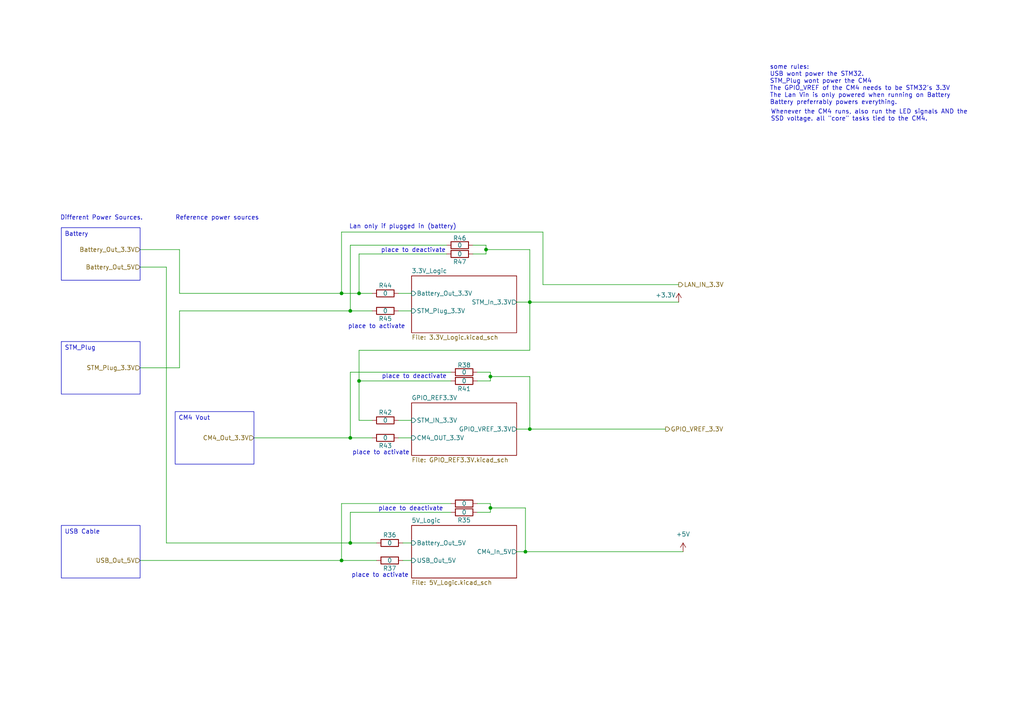
<source format=kicad_sch>
(kicad_sch (version 20250114) (generator "eeschema") (generator_version "9.0")
  (paper "A4")
  (title_block (date "2025-11-18") (company "Davide"))
  (lib_symbols
    (symbol "#dzdb:g_res/R-0-0603" (pin_numbers (hide yes)) (pin_names (offset 0))
      (property "Reference" "R" (at 2.032 0 90))
      (property "Value" "0" (at 0 0 90))
      (symbol "g_res/R-0-0603_0_1"
        (rectangle (start -1.016 -2.54) (end 1.016 2.54) (stroke (width 0.254)))
      )
      (symbol "g_res/R-0-0603_1_1"
        (pin passive line (at 0 3.81 270) (length 1.27) (name "~") (number "1"))
        (pin passive line (at 0 -3.81 90) (length 1.27) (name "~") (number "2"))
      )
    )
    (symbol "power:+3.3V" (power) (pin_numbers (hide yes)) (pin_names (offset 0) (hide yes))
      (property "Value" "+3.3V" (at 0 3.556 0))
      (symbol "+3.3V_0_1"
        (polyline (pts (xy -0.762 1.27) (xy 0 2.54)))
        (polyline (pts (xy 0 2.54) (xy 0.762 1.27)))
        (polyline (pts (xy 0 0) (xy 0 2.54)))
      )
      (symbol "+3.3V_1_1"
        (pin power_in line (at 0 0 90) (length 0) (name "~") (number "1"))
      )
    )
    (symbol "power:+5V" (power) (pin_numbers (hide yes)) (pin_names (offset 0) (hide yes))
      (property "Value" "+5V" (at 0 3.556 0))
      (symbol "+5V_0_1"
        (polyline (pts (xy -0.762 1.27) (xy 0 2.54)))
        (polyline (pts (xy 0 2.54) (xy 0.762 1.27)))
        (polyline (pts (xy 0 0) (xy 0 2.54)))
      )
      (symbol "+5V_1_1"
        (pin power_in line (at 0 0 90) (length 0) (name "~") (number "1"))
      )
    )
  )
  (text "place to activate" (at 110.49 131.318 0) (effects (font (size 1.27 1.27))))
  (text "Whenever the CM4 runs, also run the LED signals AND the\nSSD voltage. all \"core\" tasks tied to the CM4." (at 223.52 33.528 0) (effects (font (size 1.27 1.27)) (justify left)))
  (text "Different Power Sources." (at 29.464 63.246 0) (effects (font (size 1.27 1.27))))
  (text "some rules:\nUSB wont power the STM32.\nSTM_Plug wont power the CM4\nThe GPIO_VREF of the CM4 needs to be STM32's 3.3V\nThe Lan Vin is only powered when running on Battery\nBattery preferrably powers everything." (at 223.266 24.638 0) (effects (font (size 1.27 1.27)) (justify left)))
  (text "place to deactivate" (at 119.126 147.574 0) (effects (font (size 1.27 1.27))))
  (text "Lan only if plugged in (battery)" (at 116.84 65.786 0) (effects (font (size 1.27 1.27))))
  (text "place to deactivate" (at 119.888 72.644 0) (effects (font (size 1.27 1.27))))
  (text "Reference power sources" (at 62.992 63.246 0) (effects (font (size 1.27 1.27))))
  (text "place to deactivate" (at 120.142 109.22 0) (effects (font (size 1.27 1.27))))
  (text "place to activate" (at 110.236 166.878 0) (effects (font (size 1.27 1.27))))
  (text "place to activate" (at 109.22 94.742 0) (effects (font (size 1.27 1.27))))
  (text_box "CM4 Vout" (at 50.8 119.38 0) (size 22.86 15.24) (margins 0.9525 0.9525 0.9525 0.9525) (effects (font (size 1.27 1.27)) (justify left top)))
  (text_box "USB Cable" (at 17.78 152.4 0) (size 22.86 15.24) (margins 0.9525 0.9525 0.9525 0.9525) (effects (font (size 1.27 1.27)) (justify left top)))
  (text_box "Battery" (at 17.78 66.04 0) (size 22.86 15.24) (margins 0.9525 0.9525 0.9525 0.9525) (effects (font (size 1.27 1.27)) (justify left top)))
  (text_box "STM_Plug" (at 17.78 99.06 0) (size 22.86 15.24) (margins 0.9525 0.9525 0.9525 0.9525) (effects (font (size 1.27 1.27)) (justify left top)))
  (junction (at 142.24 109.22))
  (junction (at 104.14 85.09))
  (junction (at 101.6 90.17))
  (junction (at 140.97 72.39))
  (junction (at 99.06 162.56))
  (junction (at 101.6 127))
  (junction (at 153.67 87.63))
  (junction (at 104.14 110.49))
  (junction (at 142.24 147.32))
  (junction (at 152.4 160.02))
  (junction (at 101.6 157.48))
  (junction (at 99.06 85.09))
  (junction (at 153.67 124.46))
  (wire (pts (xy 99.06 67.31) (xy 157.48 67.31)))
  (wire (pts (xy 101.6 148.59) (xy 101.6 157.48)))
  (wire (pts (xy 40.64 106.68) (xy 52.07 106.68)))
  (wire (pts (xy 101.6 157.48) (xy 109.22 157.48)))
  (wire (pts (xy 142.24 110.49) (xy 142.24 109.22)))
  (wire (pts (xy 107.95 121.92) (xy 104.14 121.92)))
  (wire (pts (xy 104.14 85.09) (xy 107.95 85.09)))
  (wire (pts (xy 40.64 162.56) (xy 99.06 162.56)))
  (wire (pts (xy 116.84 162.56) (xy 119.38 162.56)))
  (wire (pts (xy 149.86 124.46) (xy 153.67 124.46)))
  (wire (pts (xy 152.4 160.02) (xy 198.12 160.02)))
  (wire (pts (xy 101.6 90.17) (xy 107.95 90.17)))
  (wire (pts (xy 99.06 146.05) (xy 130.81 146.05)))
  (wire (pts (xy 138.43 146.05) (xy 142.24 146.05)))
  (wire (pts (xy 99.06 67.31) (xy 99.06 85.09)))
  (wire (pts (xy 153.67 109.22) (xy 153.67 124.46)))
  (wire (pts (xy 101.6 148.59) (xy 130.81 148.59)))
  (wire (pts (xy 52.07 90.17) (xy 101.6 90.17)))
  (wire (pts (xy 99.06 162.56) (xy 109.22 162.56)))
  (wire (pts (xy 142.24 147.32) (xy 142.24 146.05)))
  (wire (pts (xy 152.4 147.32) (xy 152.4 160.02)))
  (wire (pts (xy 104.14 73.66) (xy 129.54 73.66)))
  (wire (pts (xy 73.66 127) (xy 101.6 127)))
  (wire (pts (xy 99.06 85.09) (xy 104.14 85.09)))
  (wire (pts (xy 142.24 109.22) (xy 153.67 109.22)))
  (wire (pts (xy 153.67 72.39) (xy 153.67 87.63)))
  (wire (pts (xy 138.43 110.49) (xy 142.24 110.49)))
  (wire (pts (xy 142.24 147.32) (xy 142.24 148.59)))
  (wire (pts (xy 157.48 82.55) (xy 157.48 67.31)))
  (wire (pts (xy 104.14 101.6) (xy 104.14 110.49)))
  (wire (pts (xy 52.07 72.39) (xy 52.07 85.09)))
  (wire (pts (xy 101.6 127) (xy 107.95 127)))
  (wire (pts (xy 138.43 148.59) (xy 142.24 148.59)))
  (wire (pts (xy 149.86 160.02) (xy 152.4 160.02)))
  (wire (pts (xy 142.24 147.32) (xy 152.4 147.32)))
  (wire (pts (xy 137.16 73.66) (xy 140.97 73.66)))
  (wire (pts (xy 48.26 77.47) (xy 48.26 157.48)))
  (wire (pts (xy 140.97 72.39) (xy 153.67 72.39)))
  (wire (pts (xy 115.57 121.92) (xy 119.38 121.92)))
  (wire (pts (xy 140.97 71.12) (xy 137.16 71.12)))
  (wire (pts (xy 48.26 157.48) (xy 101.6 157.48)))
  (wire (pts (xy 101.6 107.95) (xy 130.81 107.95)))
  (wire (pts (xy 104.14 110.49) (xy 104.14 121.92)))
  (wire (pts (xy 140.97 73.66) (xy 140.97 72.39)))
  (wire (pts (xy 101.6 71.12) (xy 129.54 71.12)))
  (wire (pts (xy 115.57 127) (xy 119.38 127)))
  (wire (pts (xy 104.14 85.09) (xy 104.14 73.66)))
  (wire (pts (xy 52.07 85.09) (xy 99.06 85.09)))
  (wire (pts (xy 101.6 90.17) (xy 101.6 71.12)))
  (wire (pts (xy 99.06 146.05) (xy 99.06 162.56)))
  (wire (pts (xy 153.67 124.46) (xy 193.04 124.46)))
  (wire (pts (xy 104.14 110.49) (xy 130.81 110.49)))
  (wire (pts (xy 140.97 72.39) (xy 140.97 71.12)))
  (wire (pts (xy 142.24 107.95) (xy 138.43 107.95)))
  (wire (pts (xy 40.64 77.47) (xy 48.26 77.47)))
  (wire (pts (xy 115.57 85.09) (xy 119.38 85.09)))
  (wire (pts (xy 153.67 87.63) (xy 153.67 101.6)))
  (wire (pts (xy 142.24 109.22) (xy 142.24 107.95)))
  (wire (pts (xy 40.64 72.39) (xy 52.07 72.39)))
  (wire (pts (xy 115.57 90.17) (xy 119.38 90.17)))
  (wire (pts (xy 153.67 101.6) (xy 104.14 101.6)))
  (wire (pts (xy 149.86 87.63) (xy 153.67 87.63)))
  (wire (pts (xy 101.6 127) (xy 101.6 107.95)))
  (wire (pts (xy 116.84 157.48) (xy 119.38 157.48)))
  (wire (pts (xy 52.07 106.68) (xy 52.07 90.17)))
  (wire (pts (xy 153.67 87.63) (xy 196.85 87.63)))
  (wire (pts (xy 196.85 82.55) (xy 157.48 82.55)))
  (hierarchical_label "STM_Plug_3.3V" (shape input) (at 40.64 106.68 180))
  (hierarchical_label "GPIO_VREF_3.3V" (shape output) (at 193.04 124.46 0))
  (hierarchical_label "Battery_Out_3.3V" (shape input) (at 40.64 72.39 180))
  (hierarchical_label "CM4_Out_3.3V" (shape input) (at 73.66 127 180))
  (hierarchical_label "LAN_IN_3.3V" (shape output) (at 196.85 82.55 0))
  (hierarchical_label "Battery_Out_5V" (shape input) (at 40.64 77.47 180))
  (hierarchical_label "USB_Out_5V" (shape input) (at 40.64 162.56 180))
  (symbol (lib_id "power:+3.3V") (at 196.85 87.63 0) (unit 1)
    (property "Reference" "#PWR031" (effects (hide yes)))
    (property "Value" "+3.3V" (at 193.04 85.598 0))
    (property "Description" "Power symbol creates a global label with name \"+3.3V\"" (effects (hide yes)))
  )
  (symbol (lib_id "#dzdb:g_res/R-0-0603") (at 134.62 148.59 90) (unit 1)
    (property "Reference" "R35" (at 134.62 150.876 90))
    (property "Value" "0" (at 134.62 148.59 90))
    (property "Footprint" "Resistor_SMD:R_0603_1608Metric" (effects (hide yes)))
    (property "Datasheet" "https://www.we-online.com/components/products/datasheet/560112116001.pdf" (effects (hide yes)))
    (property "Description" "Thick Film Resistors - SMD WRIS-RSKS <0.05 Ohms  0.1 W Jumper 0603" (effects (hide yes)))
    (property "IPN" "R-0-0603" (effects (hide yes)))
    (property "MPN" "560112116001" (effects (hide yes)))
    (property "Manufacturer" "Wurth Elektronik" (effects (hide yes)))
    (property "Resistance" "0" (effects (hide yes)))
    (property "Power" "0.1W" (effects (hide yes)))
    (property "Material" "Thick film" (effects (hide yes)))
    (property "Tolerance" "5%" (effects (hide yes)))
    (property "Supplier" "Mouser" (effects (hide yes)))
    (property "SPN" "710-560112116001" (effects (hide yes)))
    (property "LCSC" "CXXXXX" (effects (hide yes)))
    (property "Comment" "lifecycle=Active; note=Auto-generated" (effects (hide yes)))
  )
  (symbol (lib_id "#dzdb:g_res/R-0-0603") (at 134.62 146.05 90) (unit 1)
    (property "Reference" "R34" (effects (hide yes)))
    (property "Value" "0" (at 134.62 146.05 90))
    (property "Footprint" "Resistor_SMD:R_0603_1608Metric" (effects (hide yes)))
    (property "Datasheet" "https://www.we-online.com/components/products/datasheet/560112116001.pdf" (effects (hide yes)))
    (property "Description" "Thick Film Resistors - SMD WRIS-RSKS <0.05 Ohms  0.1 W Jumper 0603" (effects (hide yes)))
    (property "IPN" "R-0-0603" (effects (hide yes)))
    (property "MPN" "560112116001" (effects (hide yes)))
    (property "Manufacturer" "Wurth Elektronik" (effects (hide yes)))
    (property "Resistance" "0" (effects (hide yes)))
    (property "Power" "0.1W" (effects (hide yes)))
    (property "Material" "Thick film" (effects (hide yes)))
    (property "Tolerance" "5%" (effects (hide yes)))
    (property "Supplier" "Mouser" (effects (hide yes)))
    (property "SPN" "710-560112116001" (effects (hide yes)))
    (property "LCSC" "CXXXXX" (effects (hide yes)))
    (property "Comment" "lifecycle=Active; note=Auto-generated" (effects (hide yes)))
  )
  (symbol (lib_id "#dzdb:g_res/R-0-0603") (at 111.76 90.17 90) (unit 1)
    (property "Reference" "R45" (at 111.76 92.456 90))
    (property "Value" "0" (at 111.76 90.17 90))
    (property "Footprint" "Resistor_SMD:R_0603_1608Metric" (effects (hide yes)))
    (property "Datasheet" "https://www.we-online.com/components/products/datasheet/560112116001.pdf" (effects (hide yes)))
    (property "Description" "Thick Film Resistors - SMD WRIS-RSKS <0.05 Ohms  0.1 W Jumper 0603" (effects (hide yes)))
    (property "IPN" "R-0-0603" (effects (hide yes)))
    (property "MPN" "560112116001" (effects (hide yes)))
    (property "Manufacturer" "Wurth Elektronik" (effects (hide yes)))
    (property "Resistance" "0" (effects (hide yes)))
    (property "Power" "0.1W" (effects (hide yes)))
    (property "Material" "Thick film" (effects (hide yes)))
    (property "Tolerance" "5%" (effects (hide yes)))
    (property "Supplier" "Mouser" (effects (hide yes)))
    (property "SPN" "710-560112116001" (effects (hide yes)))
    (property "LCSC" "CXXXXX" (effects (hide yes)))
    (property "Comment" "lifecycle=Active; note=Auto-generated" (effects (hide yes)))
  )
  (symbol (lib_id "#dzdb:g_res/R-0-0603") (at 111.76 85.09 90) (unit 1)
    (property "Reference" "R44" (at 111.76 82.804 90))
    (property "Value" "0" (at 111.76 85.09 90))
    (property "Footprint" "Resistor_SMD:R_0603_1608Metric" (effects (hide yes)))
    (property "Datasheet" "https://www.we-online.com/components/products/datasheet/560112116001.pdf" (effects (hide yes)))
    (property "Description" "Thick Film Resistors - SMD WRIS-RSKS <0.05 Ohms  0.1 W Jumper 0603" (effects (hide yes)))
    (property "IPN" "R-0-0603" (effects (hide yes)))
    (property "MPN" "560112116001" (effects (hide yes)))
    (property "Manufacturer" "Wurth Elektronik" (effects (hide yes)))
    (property "Resistance" "0" (effects (hide yes)))
    (property "Power" "0.1W" (effects (hide yes)))
    (property "Material" "Thick film" (effects (hide yes)))
    (property "Tolerance" "5%" (effects (hide yes)))
    (property "Supplier" "Mouser" (effects (hide yes)))
    (property "SPN" "710-560112116001" (effects (hide yes)))
    (property "LCSC" "CXXXXX" (effects (hide yes)))
    (property "Comment" "lifecycle=Active; note=Auto-generated" (effects (hide yes)))
  )
  (symbol (lib_id "#dzdb:g_res/R-0-0603") (at 113.03 157.48 90) (unit 1)
    (property "Reference" "R36" (at 113.03 155.194 90))
    (property "Value" "0" (at 113.03 157.48 90))
    (property "Footprint" "Resistor_SMD:R_0603_1608Metric" (effects (hide yes)))
    (property "Datasheet" "https://www.we-online.com/components/products/datasheet/560112116001.pdf" (effects (hide yes)))
    (property "Description" "Thick Film Resistors - SMD WRIS-RSKS <0.05 Ohms  0.1 W Jumper 0603" (effects (hide yes)))
    (property "IPN" "R-0-0603" (effects (hide yes)))
    (property "MPN" "560112116001" (effects (hide yes)))
    (property "Manufacturer" "Wurth Elektronik" (effects (hide yes)))
    (property "Resistance" "0" (effects (hide yes)))
    (property "Power" "0.1W" (effects (hide yes)))
    (property "Material" "Thick film" (effects (hide yes)))
    (property "Tolerance" "5%" (effects (hide yes)))
    (property "Supplier" "Mouser" (effects (hide yes)))
    (property "SPN" "710-560112116001" (effects (hide yes)))
    (property "LCSC" "CXXXXX" (effects (hide yes)))
    (property "Comment" "lifecycle=Active; note=Auto-generated" (effects (hide yes)))
  )
  (symbol (lib_id "#dzdb:g_res/R-0-0603") (at 133.35 71.12 90) (unit 1)
    (property "Reference" "R46" (at 133.35 69.088 90))
    (property "Value" "0" (at 133.35 71.12 90))
    (property "Footprint" "Resistor_SMD:R_0603_1608Metric" (effects (hide yes)))
    (property "Datasheet" "https://www.we-online.com/components/products/datasheet/560112116001.pdf" (effects (hide yes)))
    (property "Description" "Thick Film Resistors - SMD WRIS-RSKS <0.05 Ohms  0.1 W Jumper 0603" (effects (hide yes)))
    (property "IPN" "R-0-0603" (effects (hide yes)))
    (property "MPN" "560112116001" (effects (hide yes)))
    (property "Manufacturer" "Wurth Elektronik" (effects (hide yes)))
    (property "Resistance" "0" (effects (hide yes)))
    (property "Power" "0.1W" (effects (hide yes)))
    (property "Material" "Thick film" (effects (hide yes)))
    (property "Tolerance" "5%" (effects (hide yes)))
    (property "Supplier" "Mouser" (effects (hide yes)))
    (property "SPN" "710-560112116001" (effects (hide yes)))
    (property "LCSC" "CXXXXX" (effects (hide yes)))
    (property "Comment" "lifecycle=Active; note=Auto-generated" (effects (hide yes)))
  )
  (symbol (lib_id "#dzdb:g_res/R-0-0603") (at 111.76 127 90) (unit 1)
    (property "Reference" "R43" (at 111.76 129.286 90))
    (property "Value" "0" (at 111.76 127 90))
    (property "Footprint" "Resistor_SMD:R_0603_1608Metric" (effects (hide yes)))
    (property "Datasheet" "https://www.we-online.com/components/products/datasheet/560112116001.pdf" (effects (hide yes)))
    (property "Description" "Thick Film Resistors - SMD WRIS-RSKS <0.05 Ohms  0.1 W Jumper 0603" (effects (hide yes)))
    (property "IPN" "R-0-0603" (effects (hide yes)))
    (property "MPN" "560112116001" (effects (hide yes)))
    (property "Manufacturer" "Wurth Elektronik" (effects (hide yes)))
    (property "Resistance" "0" (effects (hide yes)))
    (property "Power" "0.1W" (effects (hide yes)))
    (property "Material" "Thick film" (effects (hide yes)))
    (property "Tolerance" "5%" (effects (hide yes)))
    (property "Supplier" "Mouser" (effects (hide yes)))
    (property "SPN" "710-560112116001" (effects (hide yes)))
    (property "LCSC" "CXXXXX" (effects (hide yes)))
    (property "Comment" "lifecycle=Active; note=Auto-generated" (effects (hide yes)))
  )
  (symbol (lib_id "#dzdb:g_res/R-0-0603") (at 134.62 107.95 90) (unit 1)
    (property "Reference" "R38" (at 134.62 105.918 90))
    (property "Value" "0" (at 134.62 107.95 90))
    (property "Footprint" "Resistor_SMD:R_0603_1608Metric" (effects (hide yes)))
    (property "Datasheet" "https://www.we-online.com/components/products/datasheet/560112116001.pdf" (effects (hide yes)))
    (property "Description" "Thick Film Resistors - SMD WRIS-RSKS <0.05 Ohms  0.1 W Jumper 0603" (effects (hide yes)))
    (property "IPN" "R-0-0603" (effects (hide yes)))
    (property "MPN" "560112116001" (effects (hide yes)))
    (property "Manufacturer" "Wurth Elektronik" (effects (hide yes)))
    (property "Resistance" "0" (effects (hide yes)))
    (property "Power" "0.1W" (effects (hide yes)))
    (property "Material" "Thick film" (effects (hide yes)))
    (property "Tolerance" "5%" (effects (hide yes)))
    (property "Supplier" "Mouser" (effects (hide yes)))
    (property "SPN" "710-560112116001" (effects (hide yes)))
    (property "LCSC" "CXXXXX" (effects (hide yes)))
    (property "Comment" "lifecycle=Active; note=Auto-generated" (effects (hide yes)))
  )
  (symbol (lib_id "#dzdb:g_res/R-0-0603") (at 133.35 73.66 90) (unit 1)
    (property "Reference" "R47" (at 133.35 75.946 90))
    (property "Value" "0" (at 133.35 73.66 90))
    (property "Footprint" "Resistor_SMD:R_0603_1608Metric" (effects (hide yes)))
    (property "Datasheet" "https://www.we-online.com/components/products/datasheet/560112116001.pdf" (effects (hide yes)))
    (property "Description" "Thick Film Resistors - SMD WRIS-RSKS <0.05 Ohms  0.1 W Jumper 0603" (effects (hide yes)))
    (property "IPN" "R-0-0603" (effects (hide yes)))
    (property "MPN" "560112116001" (effects (hide yes)))
    (property "Manufacturer" "Wurth Elektronik" (effects (hide yes)))
    (property "Resistance" "0" (effects (hide yes)))
    (property "Power" "0.1W" (effects (hide yes)))
    (property "Material" "Thick film" (effects (hide yes)))
    (property "Tolerance" "5%" (effects (hide yes)))
    (property "Supplier" "Mouser" (effects (hide yes)))
    (property "SPN" "710-560112116001" (effects (hide yes)))
    (property "LCSC" "CXXXXX" (effects (hide yes)))
    (property "Comment" "lifecycle=Active; note=Auto-generated" (effects (hide yes)))
  )
  (symbol (lib_id "#dzdb:g_res/R-0-0603") (at 113.03 162.56 90) (unit 1)
    (property "Reference" "R37" (at 113.03 164.846 90))
    (property "Value" "0" (at 113.03 162.56 90))
    (property "Footprint" "Resistor_SMD:R_0603_1608Metric" (effects (hide yes)))
    (property "Datasheet" "https://www.we-online.com/components/products/datasheet/560112116001.pdf" (effects (hide yes)))
    (property "Description" "Thick Film Resistors - SMD WRIS-RSKS <0.05 Ohms  0.1 W Jumper 0603" (effects (hide yes)))
    (property "IPN" "R-0-0603" (effects (hide yes)))
    (property "MPN" "560112116001" (effects (hide yes)))
    (property "Manufacturer" "Wurth Elektronik" (effects (hide yes)))
    (property "Resistance" "0" (effects (hide yes)))
    (property "Power" "0.1W" (effects (hide yes)))
    (property "Material" "Thick film" (effects (hide yes)))
    (property "Tolerance" "5%" (effects (hide yes)))
    (property "Supplier" "Mouser" (effects (hide yes)))
    (property "SPN" "710-560112116001" (effects (hide yes)))
    (property "LCSC" "CXXXXX" (effects (hide yes)))
    (property "Comment" "lifecycle=Active; note=Auto-generated" (effects (hide yes)))
  )
  (symbol (lib_id "#dzdb:g_res/R-0-0603") (at 111.76 121.92 90) (unit 1)
    (property "Reference" "R42" (at 111.76 119.634 90))
    (property "Value" "0" (at 111.76 121.92 90))
    (property "Footprint" "Resistor_SMD:R_0603_1608Metric" (effects (hide yes)))
    (property "Datasheet" "https://www.we-online.com/components/products/datasheet/560112116001.pdf" (effects (hide yes)))
    (property "Description" "Thick Film Resistors - SMD WRIS-RSKS <0.05 Ohms  0.1 W Jumper 0603" (effects (hide yes)))
    (property "IPN" "R-0-0603" (effects (hide yes)))
    (property "MPN" "560112116001" (effects (hide yes)))
    (property "Manufacturer" "Wurth Elektronik" (effects (hide yes)))
    (property "Resistance" "0" (effects (hide yes)))
    (property "Power" "0.1W" (effects (hide yes)))
    (property "Material" "Thick film" (effects (hide yes)))
    (property "Tolerance" "5%" (effects (hide yes)))
    (property "Supplier" "Mouser" (effects (hide yes)))
    (property "SPN" "710-560112116001" (effects (hide yes)))
    (property "LCSC" "CXXXXX" (effects (hide yes)))
    (property "Comment" "lifecycle=Active; note=Auto-generated" (effects (hide yes)))
  )
  (symbol (lib_id "#dzdb:g_res/R-0-0603") (at 134.62 110.49 90) (unit 1)
    (property "Reference" "R41" (at 134.62 112.776 90))
    (property "Value" "0" (at 134.62 110.49 90))
    (property "Footprint" "Resistor_SMD:R_0603_1608Metric" (effects (hide yes)))
    (property "Datasheet" "https://www.we-online.com/components/products/datasheet/560112116001.pdf" (effects (hide yes)))
    (property "Description" "Thick Film Resistors - SMD WRIS-RSKS <0.05 Ohms  0.1 W Jumper 0603" (effects (hide yes)))
    (property "IPN" "R-0-0603" (effects (hide yes)))
    (property "MPN" "560112116001" (effects (hide yes)))
    (property "Manufacturer" "Wurth Elektronik" (effects (hide yes)))
    (property "Resistance" "0" (effects (hide yes)))
    (property "Power" "0.1W" (effects (hide yes)))
    (property "Material" "Thick film" (effects (hide yes)))
    (property "Tolerance" "5%" (effects (hide yes)))
    (property "Supplier" "Mouser" (effects (hide yes)))
    (property "SPN" "710-560112116001" (effects (hide yes)))
    (property "LCSC" "CXXXXX" (effects (hide yes)))
    (property "Comment" "lifecycle=Active; note=Auto-generated" (effects (hide yes)))
  )
  (symbol (lib_id "power:+5V") (at 198.12 160.02 0) (unit 1)
    (property "Reference" "#PWR032" (effects (hide yes)))
    (property "Value" "+5V" (at 198.12 154.94 0))
    (property "Description" "Power symbol creates a global label with name \"+5V\"" (effects (hide yes)))
  )
  (sheet (at 119.38 152.4) (size 30.48 15.24) (stroke (width 0.1524))
    (property "Sheetname" "5V_Logic" (at 119.38 151.6884 0) (effects (justify left bottom)))
    (property "Sheetfile" "5V_Logic.kicad_sch" (at 119.38 168.2246 0) (effects (justify left top)))
    (pin "Battery_Out_5V" input (at 119.38 157.48 180))
    (pin "CM4_In_5V" output (at 149.86 160.02 0))
    (pin "USB_Out_5V" input (at 119.38 162.56 180))
  )
  (sheet (at 119.38 80.01) (size 30.48 16.51) (stroke (width 0.1524))
    (property "Sheetname" "3.3V_Logic" (at 119.38 79.2984 0) (effects (justify left bottom)))
    (property "Sheetfile" "3.3V_Logic.kicad_sch" (at 119.38 97.1046 0) (effects (justify left top)))
    (pin "Battery_Out_3.3V" input (at 119.38 85.09 180))
    (pin "STM_Plug_3.3V" input (at 119.38 90.17 180))
    (pin "STM_In_3.3V" output (at 149.86 87.63 0))
  )
  (sheet (at 119.38 116.84) (size 30.48 15.24) (stroke (width 0.1524))
    (property "Sheetname" "GPIO_REF3.3V" (at 119.38 116.1284 0) (effects (justify left bottom)))
    (property "Sheetfile" "GPIO_REF3.3V.kicad_sch" (at 119.38 132.6646 0) (effects (justify left top)))
    (pin "GPIO_VREF_3.3V" output (at 149.86 124.46 0))
    (pin "STM_IN_3.3V" input (at 119.38 121.92 180))
    (pin "CM4_OUT_3.3V" input (at 119.38 127 180))
  )
)
</source>
